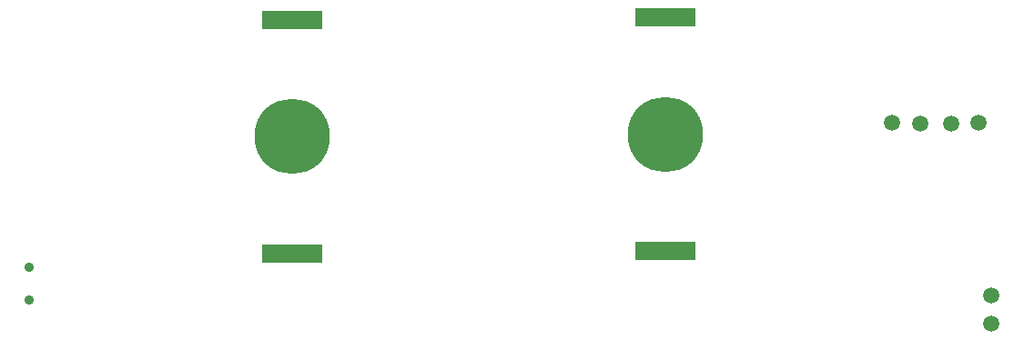
<source format=gbr>
%TF.GenerationSoftware,KiCad,Pcbnew,7.0.6*%
%TF.CreationDate,2023-11-05T20:30:34+01:00*%
%TF.ProjectId,Julkort,4a756c6b-6f72-4742-9e6b-696361645f70,rev?*%
%TF.SameCoordinates,Original*%
%TF.FileFunction,Soldermask,Bot*%
%TF.FilePolarity,Negative*%
%FSLAX46Y46*%
G04 Gerber Fmt 4.6, Leading zero omitted, Abs format (unit mm)*
G04 Created by KiCad (PCBNEW 7.0.6) date 2023-11-05 20:30:34*
%MOMM*%
%LPD*%
G01*
G04 APERTURE LIST*
%ADD10C,7.000000*%
%ADD11R,5.600000X1.750000*%
%ADD12C,0.900000*%
%ADD13C,1.500000*%
G04 APERTURE END LIST*
D10*
%TO.C,H2*%
X138364228Y-116242865D03*
D11*
X138364228Y-105367865D03*
X138364228Y-127117865D03*
%TD*%
D10*
%TO.C,H1*%
X103688766Y-116441816D03*
D11*
X103688766Y-127316816D03*
X103688766Y-105566816D03*
%TD*%
D12*
%TO.C,J1*%
X79224644Y-128639317D03*
X79224644Y-131639317D03*
%TD*%
D13*
%TO.C,TP2*%
X162113832Y-115229697D03*
%TD*%
%TO.C,TP3*%
X164991990Y-115209818D03*
%TD*%
%TO.C,TP1*%
X159481769Y-115179092D03*
%TD*%
%TO.C,GND*%
X168723366Y-133881067D03*
%TD*%
%TO.C,VCC*%
X168743850Y-131234067D03*
%TD*%
%TO.C,TP4*%
X167552501Y-115168850D03*
%TD*%
M02*

</source>
